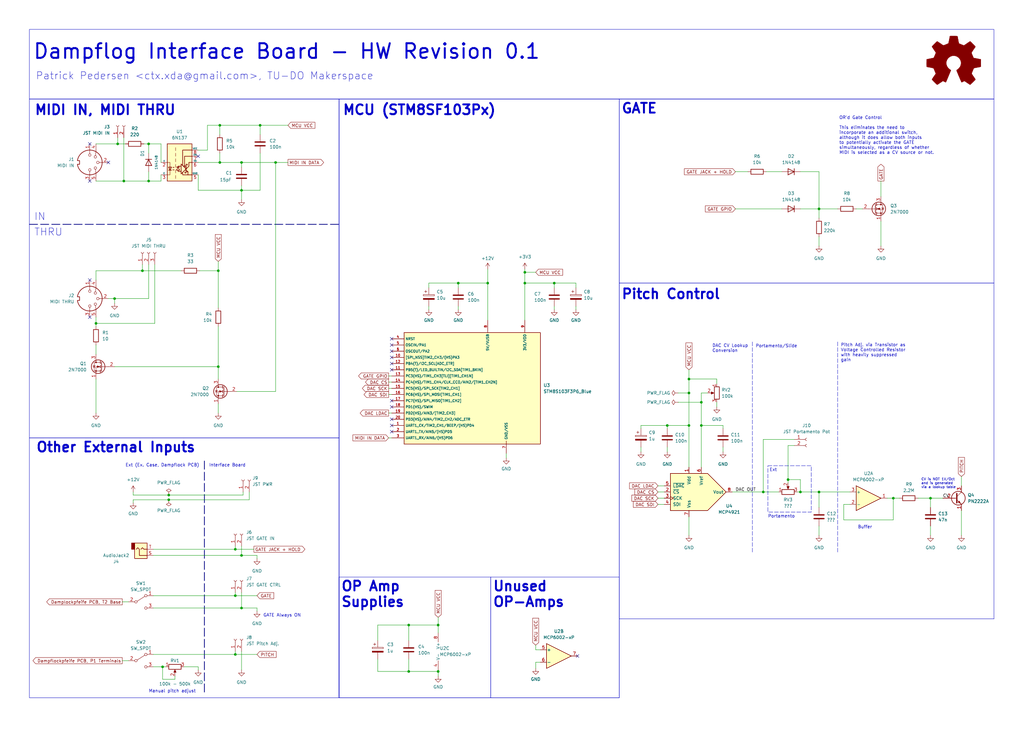
<source format=kicad_sch>
(kicad_sch (version 20230121) (generator eeschema)
  (paper "User" 419.989 299.999)
  (title_block (title "Dampflog Interface Board") (date "2023-09-05") (rev "0.1") (company "TU-DO Makerspace") (comment 8 "Email: ctx.xda@gmail.com") (comment 9 "Author: Patrick Pedersen"))
  (lib_symbols
    (symbol "Amplifier_Operational:MCP6002-xP" (pin_names (offset 0.127))
      (property "Reference" "U" (at 0 5.08 0))
      (property "Value" "MCP6002-xP" (at 0 -5.08 0))
      (symbol "MCP6002-xP_1_1"
        (pin output line (at 7.62 0 180) (length 2.54) (name "~") (number "1"))
        (pin input line (at -7.62 -2.54 0) (length 2.54) (name "-") (number "2"))
        (pin input line (at -7.62 2.54 0) (length 2.54) (name "+") (number "3"))
      )
      (symbol "MCP6002-xP_2_1"
        (pin input line (at -7.62 2.54 0) (length 2.54) (name "+") (number "5"))
        (pin input line (at -7.62 -2.54 0) (length 2.54) (name "-") (number "6"))
        (pin output line (at 7.62 0 180) (length 2.54) (name "~") (number "7"))
      )
      (symbol "MCP6002-xP_3_1"
        (pin power_in line (at -2.54 -7.62 90) (length 3.81) (name "V-") (number "4"))
        (pin power_in line (at -2.54 7.62 270) (length 3.81) (name "V+") (number "8"))
      )
    )
    (symbol "Analog_DAC:MCP4921" (pin_names (offset 1.016))
      (property "Reference" "U" (at 6.35 10.795 0))
      (property "Value" "MCP4921" (at 6.35 8.89 0))
      (symbol "MCP4921_1_1"
        (pin power_in line (at 0 10.16 270) (length 2.54) (name "Vdd") (number "1"))
        (pin input line (at -10.16 0 0) (length 2.54) (name "~{CS}") (number "2"))
        (pin input clock (at -10.16 -2.54 0) (length 2.54) (name "SCK") (number "3"))
        (pin input line (at -10.16 -5.08 0) (length 2.54) (name "SDI") (number "4"))
        (pin input line (at -10.16 2.54 0) (length 2.54) (name "~{LDAC}") (number "5"))
        (pin power_in line (at 5.08 10.16 270) (length 2.54) (name "Vref") (number "6"))
        (pin power_in line (at 0 -10.16 90) (length 2.54) (name "Vss") (number "7"))
        (pin output line (at 17.78 0 180) (length 2.54) (name "Vout") (number "8"))
      )
    )
    (symbol "Connector:Conn_01x02_Socket" (pin_names (offset 1.016) hide)
      (property "Reference" "J" (at 0 2.54 0))
      (property "Value" "Conn_01x02_Socket" (at 0 -5.08 0))
      (symbol "Conn_01x02_Socket_1_1"
        (pin passive line (at -5.08 0 0) (length 3.81) (name "Pin_1") (number "1"))
        (pin passive line (at -5.08 -2.54 0) (length 3.81) (name "Pin_2") (number "2"))
      )
    )
    (symbol "Connector:Conn_01x03_Socket" (pin_names (offset 1.016) hide)
      (property "Reference" "J" (at 0 5.08 0))
      (property "Value" "Conn_01x03_Socket" (at 0 -5.08 0))
      (symbol "Conn_01x03_Socket_1_1"
        (pin passive line (at -5.08 2.54 0) (length 3.81) (name "Pin_1") (number "1"))
        (pin passive line (at -5.08 0 0) (length 3.81) (name "Pin_2") (number "2"))
        (pin passive line (at -5.08 -2.54 0) (length 3.81) (name "Pin_3") (number "3"))
      )
    )
    (symbol "Connector:DIN-5_180degree" (pin_names (offset 1.016))
      (property "Reference" "J" (at 3.175 5.715 0))
      (property "Value" "DIN-5_180degree" (at 0 -6.35 0))
      (symbol "DIN-5_180degree_1_1"
        (pin passive line (at -7.62 0 0) (length 2.54) (name "~") (number "1"))
        (pin passive line (at 0 7.62 270) (length 2.54) (name "~") (number "2"))
        (pin passive line (at 7.62 0 180) (length 2.54) (name "~") (number "3"))
        (pin passive line (at -7.62 2.54 0) (length 2.54) (name "~") (number "4"))
        (pin passive line (at 7.62 2.54 180) (length 2.54) (name "~") (number "5"))
      )
    )
    (symbol "Connector_Audio:AudioJack2"
      (property "Reference" "J" (at 0 8.89 0))
      (property "Value" "AudioJack2" (at 0 6.35 0))
      (symbol "AudioJack2_1_1"
        (pin passive line (at 5.08 2.54 180) (length 2.54) (name "~") (number "S"))
        (pin passive line (at 5.08 0 180) (length 2.54) (name "~") (number "T"))
      )
    )
    (symbol "D_1" (pin_numbers hide) (pin_names (offset 1.016) hide)
      (property "Reference" "D" (at 0 2.54 0))
      (property "Value" "D" (at 0 -2.54 0))
      (symbol "D_1_1_1"
        (pin passive line (at -3.81 0 0) (length 2.54) (name "K") (number "1"))
        (pin passive line (at 3.81 0 180) (length 2.54) (name "A") (number "2"))
      )
    )
    (symbol "Device:C" (pin_numbers hide) (pin_names (offset 0.254))
      (property "Reference" "C" (at 0.635 2.54 0))
      (property "Value" "C" (at 0.635 -2.54 0))
      (symbol "C_1_1"
        (pin passive line (at 0 3.81 270) (length 2.794) (name "~") (number "1"))
        (pin passive line (at 0 -3.81 90) (length 2.794) (name "~") (number "2"))
      )
    )
    (symbol "Device:C_Polarized" (pin_numbers hide) (pin_names (offset 0.254))
      (property "Reference" "C" (at 0.635 2.54 0))
      (property "Value" "C_Polarized" (at 0.635 -2.54 0))
      (symbol "C_Polarized_1_1"
        (pin passive line (at 0 3.81 270) (length 2.794) (name "~") (number "1"))
        (pin passive line (at 0 -3.81 90) (length 2.794) (name "~") (number "2"))
      )
    )
    (symbol "Device:D" (pin_numbers hide) (pin_names (offset 1.016) hide)
      (property "Reference" "D" (at 0 2.54 0))
      (property "Value" "D" (at 0 -2.54 0))
      (symbol "D_1_1"
        (pin passive line (at -3.81 0 0) (length 2.54) (name "K") (number "1"))
        (pin passive line (at 3.81 0 180) (length 2.54) (name "A") (number "2"))
      )
    )
    (symbol "Device:R" (pin_numbers hide) (pin_names (offset 0))
      (property "Reference" "R" (at 2.032 0 90))
      (property "Value" "R" (at 0 0 90))
      (symbol "R_1_1"
        (pin passive line (at 0 3.81 270) (length 1.27) (name "~") (number "1"))
        (pin passive line (at 0 -3.81 90) (length 1.27) (name "~") (number "2"))
      )
    )
    (symbol "Device:R_Potentiometer" (pin_names (offset 1.016) hide)
      (property "Reference" "RV" (at -4.445 0 90))
      (property "Value" "R_Potentiometer" (at -2.54 0 90))
      (symbol "R_Potentiometer_1_1"
        (pin passive line (at 0 3.81 270) (length 1.27) (name "1") (number "1"))
        (pin passive line (at 3.81 0 180) (length 1.27) (name "2") (number "2"))
        (pin passive line (at 0 -3.81 90) (length 1.27) (name "3") (number "3"))
      )
    )
    (symbol "GND_1" (power) (pin_names (offset 0))
      (property "Value" "GND_1" (at 0 -3.81 0))
      (symbol "GND_1_1_1"
        (pin power_in line (at 0 0 270) (length 0) hide (name "GND") (number "1"))
      )
    )
    (symbol "GND_2" (power) (pin_names (offset 0))
      (property "Value" "GND_2" (at 0 -3.81 0))
      (symbol "GND_2_1_1"
        (pin power_in line (at 0 0 270) (length 0) hide (name "GND") (number "1"))
      )
    )
    (symbol "GND_3" (power) (pin_names (offset 0))
      (property "Value" "GND_3" (at 0 -3.81 0))
      (symbol "GND_3_1_1"
        (pin power_in line (at 0 0 270) (length 0) hide (name "GND") (number "1"))
      )
    )
    (symbol "GND_4" (power) (pin_names (offset 0))
      (property "Value" "GND_4" (at 0 -3.81 0))
      (symbol "GND_4_1_1"
        (pin power_in line (at 0 0 270) (length 0) hide (name "GND") (number "1"))
      )
    )
    (symbol "GND_5" (power) (pin_names (offset 0))
      (property "Value" "GND_5" (at 0 -3.81 0))
      (symbol "GND_5_1_1"
        (pin power_in line (at 0 0 270) (length 0) hide (name "GND") (number "1"))
      )
    )
    (symbol "Graphic:Logo_Open_Hardware_Large" (in_bom no) (on_board no))
    (symbol "Isolator:6N137" (pin_names (offset 0))
      (property "Reference" "U" (at -4.064 8.89 0))
      (property "Value" "6N137" (at 0 -8.89 0))
      (symbol "6N137_1_1"
        (pin no_connect line (at -5.08 5.08 0) (length 2.54) hide (name "NC") (number "1"))
        (pin passive line (at -7.62 0 0) (length 2.54) (name "A") (number "2"))
        (pin passive line (at -7.62 -5.08 0) (length 2.54) (name "C") (number "3"))
        (pin power_in line (at 7.62 -5.08 180) (length 2.54) (name "GND") (number "5"))
        (pin open_collector line (at 7.62 0 180) (length 2.54) (name "VO") (number "6"))
        (pin input line (at 7.62 2.54 180) (length 2.54) (name "EN") (number "7"))
        (pin power_in line (at 7.62 5.08 180) (length 2.54) (name "VCC") (number "8"))
      )
    )
    (symbol "STM8S103F3P6_Blue_KiCAD:STM8S103F3P6_Blue"
      (property "Reference" "U" (at -25.4 -24.13 0))
      (property "Value" "STM8S103F3P6_Blue" (at -16.51 -26.67 0))
      (symbol "STM8S103F3P6_Blue_0_0"
        (pin bidirectional line (at -31.75 -13.97 0) (length 5.08) (name "UART1_CK/TIM2_CH1/BEEP/(HS)PD4") (number "1"))
        (pin bidirectional line (at -31.75 13.97 0) (length 5.08) (name "[SPI_NSS]TIM2_CH3/(HS)PA3") (number "10"))
        (pin bidirectional line (at -31.75 8.89 0) (length 5.08) (name "PB5(T)/LED_BUILTIN/I2C_SDA[TIM1_BKIN]") (number "11"))
        (pin bidirectional line (at -31.75 11.43 0) (length 5.08) (name "PB4(T)/I2C_SCL[ADC_ETR]") (number "12"))
        (pin bidirectional line (at -31.75 6.35 0) (length 5.08) (name "PC3(HS)/TIM1_CH3[TLI][TIM1_CH1N]") (number "13"))
        (pin bidirectional line (at -31.75 3.81 0) (length 5.08) (name "PC4(HS)/TIM1_CH4/CLK_CCO/AIN2/[TIM1_CH2N]") (number "14"))
        (pin bidirectional line (at -31.75 1.27 0) (length 5.08) (name "PC5(HS)/SPI_SCK[TIM2_CH1]") (number "15"))
        (pin bidirectional line (at -31.75 -1.27 0) (length 5.08) (name "PC6(HS)/SPI_MOSI[TIM1_CH1]") (number "16"))
        (pin bidirectional line (at -31.75 -3.81 0) (length 5.08) (name "PC7(HS)/SPI_MISO[TIM1_CH2]") (number "17"))
        (pin bidirectional line (at -31.75 -6.35 0) (length 5.08) (name "PD1(HS)/SWIM") (number "18"))
        (pin bidirectional line (at -31.75 -8.89 0) (length 5.08) (name "PD2(HS)/AIN3/[TIM2_CH3]") (number "19"))
        (pin bidirectional line (at -31.75 -16.51 0) (length 5.08) (name "UART1_TX/AIN5/(HS)PD5") (number "2"))
        (pin bidirectional line (at -31.75 -11.43 0) (length 5.08) (name "PD3(HS)/AIN4/TIM2_CH2/ADC_ETR") (number "20"))
        (pin bidirectional line (at -31.75 -19.05 0) (length 5.08) (name "UART1_RX/AIN6/(HS)PD6") (number "3"))
        (pin bidirectional line (at -31.75 21.59 0) (length 5.08) (name "NRST") (number "4"))
        (pin bidirectional line (at -31.75 19.05 0) (length 5.08) (name "OSCIN/PA1") (number "5"))
        (pin bidirectional line (at -31.75 16.51 0) (length 5.08) (name "OSCOUT/PA2") (number "6"))
        (pin power_in line (at 15.24 -25.4 90) (length 5.08) (name "GND/VSS") (number "7"))
        (pin passive line (at 7.62 29.21 270) (length 5.08) (name "5V/VUSB") (number "8"))
        (pin power_in line (at 22.86 29.21 270) (length 5.08) (name "3V3/VDD") (number "9"))
      )
    )
    (symbol "Switch:SW_SPDT" (pin_names (offset 0) hide)
      (property "Reference" "SW" (at 0 4.318 0))
      (property "Value" "SW_SPDT" (at 0 -5.08 0))
      (symbol "SW_SPDT_1_1"
        (pin passive line (at 5.08 2.54 180) (length 2.54) (name "A") (number "1"))
        (pin passive line (at -5.08 0 0) (length 2.54) (name "B") (number "2"))
        (pin passive line (at 5.08 -2.54 180) (length 2.54) (name "C") (number "3"))
      )
    )
    (symbol "Transistor_BJT:PN2222A" (pin_names (offset 0) hide)
      (property "Reference" "Q" (at 5.08 1.905 0))
      (property "Value" "PN2222A" (at 5.08 0 0))
      (symbol "PN2222A_1_1"
        (pin passive line (at 2.54 -5.08 90) (length 2.54) (name "E") (number "1"))
        (pin input line (at -5.08 0 0) (length 5.08) (name "B") (number "2"))
        (pin passive line (at 2.54 5.08 270) (length 2.54) (name "C") (number "3"))
      )
    )
    (symbol "Transistor_FET:2N7000" (pin_names hide)
      (property "Reference" "Q" (at 5.08 1.905 0))
      (property "Value" "2N7000" (at 5.08 0 0))
      (symbol "2N7000_1_1"
        (pin passive line (at 2.54 -5.08 90) (length 2.54) (name "S") (number "1"))
        (pin input line (at -5.08 0 0) (length 2.54) (name "G") (number "2"))
        (pin passive line (at 2.54 5.08 270) (length 2.54) (name "D") (number "3"))
      )
    )
    (symbol "power:+12V" (power) (pin_names (offset 0))
      (property "Value" "+12V" (at 0 3.556 0))
      (symbol "+12V_1_1"
        (pin power_in line (at 0 0 90) (length 0) hide (name "+12V") (number "1"))
      )
    )
    (symbol "power:+3V3" (power) (pin_names (offset 0))
      (property "Value" "+3V3" (at 0 3.556 0))
      (symbol "+3V3_1_1"
        (pin power_in line (at 0 0 90) (length 0) hide (name "+3V3") (number "1"))
      )
    )
    (symbol "power:GND" (power) (pin_names (offset 0))
      (property "Value" "GND" (at 0 -3.81 0))
      (symbol "GND_1_1"
        (pin power_in line (at 0 0 270) (length 0) hide (name "GND") (number "1"))
      )
    )
    (symbol "power:PWR_FLAG" (power) (pin_numbers hide) (pin_names (offset 0) hide)
      (property "Value" "PWR_FLAG" (at 0 3.81 0))
      (symbol "PWR_FLAG_0_0"
        (pin power_out line (at 0 0 90) (length 0) (name "pwr") (number "1"))
      )
    )
  )
  (junction (at 328.295 201.93))
  (junction (at 50.8 74.295))
  (junction (at 106.68 51.435))
  (junction (at 60.96 74.295))
  (junction (at 66.675 273.685))
  (junction (at 335.915 85.725))
  (junction (at 179.705 275.59))
  (junction (at 60.96 59.055))
  (junction (at 287.655 165.1))
  (junction (at 99.06 249.555))
  (junction (at 99.06 78.105))
  (junction (at 99.06 227.965))
  (junction (at 46.99 122.555))
  (junction (at 89.535 150.495))
  (junction (at 179.705 256.54))
  (junction (at 48.26 59.055))
  (junction (at 96.52 225.425))
  (junction (at 335.915 201.93))
  (junction (at 167.64 275.59))
  (junction (at 200.025 116.205))
  (junction (at 323.215 196.85))
  (junction (at 96.52 268.605))
  (junction (at 69.215 203.2))
  (junction (at 187.96 116.205))
  (junction (at 282.575 161.29))
  (junction (at 287.655 174.625))
  (junction (at 215.265 116.205))
  (junction (at 215.265 111.76))
  (junction (at 39.37 132.715))
  (junction (at 58.42 111.125))
  (junction (at 90.17 66.675))
  (junction (at 313.055 201.93))
  (junction (at 90.17 51.435))
  (junction (at 282.575 174.625))
  (junction (at 366.395 204.47))
  (junction (at 273.685 174.625))
  (junction (at 99.06 66.675))
  (junction (at 113.03 66.675))
  (junction (at 89.535 111.125))
  (junction (at 69.215 205.105))
  (junction (at 227.33 116.205))
  (junction (at 381.635 204.47))
  (junction (at 167.64 256.54))
  (junction (at 282.575 155.575))
  (junction (at 96.52 244.475))
  (no_connect (at 81.28 64.135))
  (no_connect (at 160.655 174.625))
  (no_connect (at 236.855 269.24))
  (no_connect (at 160.655 144.145))
  (no_connect (at 160.655 146.685))
  (no_connect (at 160.655 149.225))
  (no_connect (at 36.83 74.295))
  (no_connect (at 160.655 141.605))
  (no_connect (at 44.45 66.675))
  (no_connect (at 160.655 177.165))
  (no_connect (at 160.655 167.005))
  (no_connect (at 36.83 59.055))
  (no_connect (at 36.83 114.935))
  (no_connect (at 160.655 164.465))
  (no_connect (at 160.655 172.085))
  (no_connect (at 36.83 130.175))
  (no_connect (at 160.655 139.065))
  (no_connect (at 160.655 151.765))
  (wire (pts (xy 48.26 59.055) (xy 51.435 59.055)))
  (wire (pts (xy 62.865 249.555) (xy 99.06 249.555)))
  (wire (pts (xy 99.06 267.335) (xy 99.06 274.955)))
  (wire (pts (xy 313.055 201.93) (xy 319.405 201.93)))
  (wire (pts (xy 66.04 71.755) (xy 66.04 74.295)))
  (wire (pts (xy 282.575 174.625) (xy 282.575 191.77)))
  (wire (pts (xy 39.37 74.295) (xy 50.8 74.295)))
  (wire (pts (xy 335.915 215.9) (xy 335.915 219.71)))
  (wire (pts (xy 335.915 97.155) (xy 335.915 100.965)))
  (wire (pts (xy 39.37 155.575) (xy 39.37 169.545)))
  (wire (pts (xy 81.28 71.755) (xy 81.28 78.105)))
  (wire (pts (xy 215.265 116.205) (xy 215.265 131.445)))
  (wire (pts (xy 361.315 74.295) (xy 361.315 80.645)))
  (wire (pts (xy 63.5 132.715) (xy 39.37 132.715)))
  (wire (pts (xy 219.71 271.78) (xy 219.71 274.32)))
  (wire (pts (xy 69.215 203.2) (xy 54.61 203.2)))
  (wire (pts (xy 219.71 264.795) (xy 219.71 266.7)))
  (wire (pts (xy 175.895 116.205) (xy 187.96 116.205)))
  (wire (pts (xy 105.41 250.825) (xy 105.41 249.555)))
  (wire (pts (xy 39.37 141.605) (xy 39.37 145.415)))
  (wire (pts (xy 99.06 78.105) (xy 106.68 78.105)))
  (wire (pts (xy 85.09 51.435) (xy 90.17 51.435)))
  (wire (pts (xy 89.535 111.125) (xy 89.535 126.365)))
  (wire (pts (xy 167.64 275.59) (xy 179.705 275.59)))
  (wire (pts (xy 90.17 62.865) (xy 90.17 66.675)))
  (wire (pts (xy 300.355 201.93) (xy 313.055 201.93)))
  (wire (pts (xy 227.33 118.11) (xy 227.33 116.205)))
  (wire (pts (xy 96.52 225.425) (xy 104.14 225.425)))
  (wire (pts (xy 66.04 66.675) (xy 66.04 59.055)))
  (wire (pts (xy 179.705 256.54) (xy 179.705 259.715)))
  (wire (pts (xy 262.89 174.625) (xy 273.685 174.625)))
  (wire (pts (xy 287.655 165.1) (xy 287.655 174.625)))
  (wire (pts (xy 85.09 51.435) (xy 85.09 61.595)))
  (wire (pts (xy 154.94 270.51) (xy 154.94 275.59)))
  (wire (pts (xy 394.335 195.58) (xy 394.335 199.39)))
  (wire (pts (xy 105.41 244.475) (xy 96.52 244.475)))
  (wire (pts (xy 159.385 154.305) (xy 160.655 154.305)))
  (wire (pts (xy 99.06 66.675) (xy 90.17 66.675)))
  (wire (pts (xy 287.655 174.625) (xy 287.655 191.77)))
  (wire (pts (xy 273.685 183.515) (xy 273.685 185.42)))
  (wire (pts (xy 74.295 111.125) (xy 58.42 111.125)))
  (wire (pts (xy 81.28 61.595) (xy 85.09 61.595)))
  (wire (pts (xy 99.06 249.555) (xy 105.41 249.555)))
  (wire (pts (xy 89.535 107.315) (xy 89.535 111.125)))
  (wire (pts (xy 99.695 203.2) (xy 69.215 203.2)))
  (wire (pts (xy 323.215 196.85) (xy 328.295 196.85)))
  (wire (pts (xy 175.895 116.205) (xy 175.895 118.11)))
  (wire (pts (xy 113.03 66.675) (xy 113.03 160.655)))
  (wire (pts (xy 227.33 116.205) (xy 215.265 116.205)))
  (wire (pts (xy 106.68 51.435) (xy 118.11 51.435)))
  (wire (pts (xy 200.025 110.49) (xy 200.025 116.205)))
  (wire (pts (xy 236.22 116.205) (xy 236.22 118.11)))
  (wire (pts (xy 154.94 275.59) (xy 167.64 275.59)))
  (wire (pts (xy 167.64 270.51) (xy 167.64 275.59)))
  (wire (pts (xy 105.41 268.605) (xy 96.52 268.605)))
  (wire (pts (xy 366.395 204.47) (xy 366.395 213.36)))
  (wire (pts (xy 282.575 174.625) (xy 282.575 161.29)))
  (wire (pts (xy 313.055 180.34) (xy 325.755 180.34)))
  (wire (pts (xy 89.535 165.735) (xy 89.535 169.545)))
  (wire (pts (xy 296.545 183.515) (xy 296.545 185.42)))
  (wire (pts (xy 60.96 59.055) (xy 66.04 59.055)))
  (wire (pts (xy 66.675 273.685) (xy 67.945 273.685)))
  (wire (pts (xy 187.96 125.73) (xy 187.96 127)))
  (wire (pts (xy 58.42 111.125) (xy 39.37 111.125)))
  (wire (pts (xy 381.635 204.47) (xy 381.635 208.28)))
  (wire (pts (xy 66.675 273.685) (xy 66.675 278.765)))
  (wire (pts (xy 328.295 196.85) (xy 328.295 201.93)))
  (wire (pts (xy 301.625 85.725) (xy 320.675 85.725)))
  (wire (pts (xy 71.755 278.765) (xy 66.675 278.765)))
  (wire (pts (xy 96.52 267.335) (xy 96.52 268.605)))
  (wire (pts (xy 187.96 116.205) (xy 200.025 116.205)))
  (wire (pts (xy 46.99 122.555) (xy 44.45 122.555)))
  (wire (pts (xy 96.52 224.155) (xy 96.52 225.425)))
  (wire (pts (xy 335.915 201.93) (xy 348.615 201.93)))
  (wire (pts (xy 159.385 169.545) (xy 160.655 169.545)))
  (wire (pts (xy 323.215 182.88) (xy 323.215 196.85)))
  (wire (pts (xy 207.645 186.055) (xy 207.645 187.96)))
  (wire (pts (xy 62.865 268.605) (xy 96.52 268.605)))
  (wire (pts (xy 282.575 151.765) (xy 282.575 155.575)))
  (wire (pts (xy 219.71 271.78) (xy 221.615 271.78)))
  (wire (pts (xy 215.265 111.76) (xy 215.265 116.205)))
  (wire (pts (xy 60.96 70.485) (xy 60.96 74.295)))
  (wire (pts (xy 294.005 165.1) (xy 294.005 167.005)))
  (wire (pts (xy 215.265 110.49) (xy 215.265 111.76)))
  (wire (pts (xy 60.96 122.555) (xy 60.96 108.585)))
  (wire (pts (xy 262.89 175.895) (xy 262.89 174.625)))
  (wire (pts (xy 50.8 56.515) (xy 50.8 74.295)))
  (wire (pts (xy 62.865 225.425) (xy 96.52 225.425)))
  (wire (pts (xy 54.61 201.93) (xy 54.61 203.2)))
  (wire (pts (xy 99.06 227.965) (xy 105.41 227.965)))
  (wire (pts (xy 89.535 155.575) (xy 89.535 150.495)))
  (wire (pts (xy 62.865 273.685) (xy 66.675 273.685)))
  (wire (pts (xy 335.915 89.535) (xy 335.915 85.725)))
  (wire (pts (xy 282.575 155.575) (xy 294.005 155.575)))
  (polyline (pts (xy 343.535 140.335) (xy 343.535 226.695)) (stroke (width 0) (type dash)))
  (wire (pts (xy 376.555 204.47) (xy 381.635 204.47)))
  (wire (pts (xy 50.165 247.015) (xy 52.705 247.015)))
  (wire (pts (xy 99.06 243.205) (xy 99.06 249.555)))
  (wire (pts (xy 328.295 201.93) (xy 335.915 201.93)))
  (wire (pts (xy 159.385 156.845) (xy 160.655 156.845)))
  (wire (pts (xy 46.99 150.495) (xy 89.535 150.495)))
  (wire (pts (xy 335.915 70.485) (xy 335.915 85.725)))
  (wire (pts (xy 71.755 277.495) (xy 71.755 278.765)))
  (wire (pts (xy 361.315 90.805) (xy 361.315 100.965)))
  (wire (pts (xy 179.705 256.54) (xy 167.64 256.54)))
  (wire (pts (xy 335.915 208.28) (xy 335.915 201.93)))
  (wire (pts (xy 381.635 215.9) (xy 381.635 219.71)))
  (wire (pts (xy 236.22 125.73) (xy 236.22 127)))
  (wire (pts (xy 314.325 70.485) (xy 320.675 70.485)))
  (wire (pts (xy 159.385 159.385) (xy 160.655 159.385)))
  (wire (pts (xy 97.155 160.655) (xy 113.03 160.655)))
  (wire (pts (xy 215.265 111.76) (xy 219.71 111.76)))
  (wire (pts (xy 269.875 201.93) (xy 272.415 201.93)))
  (wire (pts (xy 59.055 59.055) (xy 60.96 59.055)))
  (wire (pts (xy 58.42 108.585) (xy 58.42 111.125)))
  (wire (pts (xy 363.855 204.47) (xy 366.395 204.47)))
  (wire (pts (xy 227.33 116.205) (xy 236.22 116.205)))
  (wire (pts (xy 99.06 68.58) (xy 99.06 66.675)))
  (wire (pts (xy 287.655 161.29) (xy 290.195 161.29)))
  (wire (pts (xy 62.865 227.965) (xy 99.06 227.965)))
  (wire (pts (xy 60.96 74.295) (xy 66.04 74.295)))
  (wire (pts (xy 269.875 204.47) (xy 272.415 204.47)))
  (wire (pts (xy 39.37 59.055) (xy 48.26 59.055)))
  (polyline (pts (xy 308.61 140.335) (xy 308.61 226.695)) (stroke (width 0) (type dash)))
  (bus (pts (xy 83.82 189.23) (xy 83.82 285.115)) (stroke (width 0) (type dash)))
  (wire (pts (xy 159.385 161.925) (xy 160.655 161.925)))
  (wire (pts (xy 96.52 243.205) (xy 96.52 244.475)))
  (wire (pts (xy 273.685 174.625) (xy 282.575 174.625)))
  (wire (pts (xy 90.17 51.435) (xy 106.68 51.435)))
  (wire (pts (xy 346.075 213.36) (xy 346.075 207.01)))
  (wire (pts (xy 351.155 85.725) (xy 353.695 85.725)))
  (wire (pts (xy 81.28 78.105) (xy 99.06 78.105)))
  (wire (pts (xy 69.215 205.105) (xy 102.235 205.105)))
  (wire (pts (xy 90.17 55.245) (xy 90.17 51.435)))
  (wire (pts (xy 262.89 183.515) (xy 262.89 185.42)))
  (wire (pts (xy 113.03 66.675) (xy 118.11 66.675)))
  (wire (pts (xy 99.06 76.2) (xy 99.06 78.105)))
  (wire (pts (xy 282.575 212.09) (xy 282.575 219.71)))
  (wire (pts (xy 99.06 224.155) (xy 99.06 227.965)))
  (bus (pts (xy 12.065 92.075) (xy 139.065 92.075)) (stroke (width 0) (type dash)))
  (wire (pts (xy 278.13 165.1) (xy 287.655 165.1)))
  (wire (pts (xy 48.26 56.515) (xy 48.26 59.055)))
  (wire (pts (xy 62.865 244.475) (xy 96.52 244.475)))
  (wire (pts (xy 106.68 51.435) (xy 106.68 55.245)))
  (wire (pts (xy 179.705 274.955) (xy 179.705 275.59)))
  (wire (pts (xy 328.295 70.485) (xy 335.915 70.485)))
  (wire (pts (xy 200.025 116.205) (xy 200.025 131.445)))
  (wire (pts (xy 187.96 118.11) (xy 187.96 116.205)))
  (wire (pts (xy 328.295 201.93) (xy 327.025 201.93)))
  (wire (pts (xy 313.055 180.34) (xy 313.055 201.93)))
  (wire (pts (xy 54.61 205.105) (xy 69.215 205.105)))
  (wire (pts (xy 366.395 213.36) (xy 346.075 213.36)))
  (wire (pts (xy 346.075 207.01) (xy 348.615 207.01)))
  (wire (pts (xy 60.96 59.055) (xy 60.96 62.865)))
  (wire (pts (xy 381.635 204.47) (xy 386.715 204.47)))
  (wire (pts (xy 39.37 111.125) (xy 39.37 114.935)))
  (wire (pts (xy 99.06 78.105) (xy 99.06 81.915)))
  (wire (pts (xy 335.915 85.725) (xy 343.535 85.725)))
  (wire (pts (xy 50.165 271.145) (xy 52.705 271.145)))
  (wire (pts (xy 323.215 198.12) (xy 323.215 196.85)))
  (wire (pts (xy 278.13 161.29) (xy 282.575 161.29)))
  (wire (pts (xy 219.71 266.7) (xy 221.615 266.7)))
  (wire (pts (xy 282.575 161.29) (xy 282.575 155.575)))
  (wire (pts (xy 90.17 66.675) (xy 81.28 66.675)))
  (wire (pts (xy 175.895 125.73) (xy 175.895 127)))
  (wire (pts (xy 39.37 132.715) (xy 39.37 133.985)))
  (wire (pts (xy 227.33 125.73) (xy 227.33 127)))
  (wire (pts (xy 81.28 274.955) (xy 81.28 273.685)))
  (wire (pts (xy 54.61 206.375) (xy 54.61 205.105)))
  (wire (pts (xy 167.64 256.54) (xy 167.64 262.89)))
  (wire (pts (xy 89.535 111.125) (xy 81.915 111.125)))
  (wire (pts (xy 105.41 227.965) (xy 105.41 229.235)))
  (wire (pts (xy 102.235 201.93) (xy 102.235 205.105)))
  (wire (pts (xy 301.625 70.485) (xy 306.705 70.485)))
  (wire (pts (xy 335.915 85.725) (xy 328.295 85.725)))
  (wire (pts (xy 269.875 199.39) (xy 272.415 199.39)))
  (wire (pts (xy 179.705 275.59) (xy 179.705 277.495)))
  (wire (pts (xy 81.28 273.685) (xy 75.565 273.685)))
  (wire (pts (xy 296.545 175.895) (xy 296.545 174.625)))
  (wire (pts (xy 63.5 108.585) (xy 63.5 132.715)))
  (wire (pts (xy 99.06 66.675) (xy 113.03 66.675)))
  (wire (pts (xy 154.94 256.54) (xy 154.94 262.89)))
  (wire (pts (xy 99.695 201.93) (xy 99.695 203.2)))
  (wire (pts (xy 366.395 204.47) (xy 368.935 204.47)))
  (wire (pts (xy 39.37 130.175) (xy 39.37 132.715)))
  (wire (pts (xy 50.8 74.295) (xy 60.96 74.295)))
  (wire (pts (xy 167.64 256.54) (xy 154.94 256.54)))
  (wire (pts (xy 294.005 155.575) (xy 294.005 157.48)))
  (wire (pts (xy 394.335 209.55) (xy 394.335 219.71)))
  (wire (pts (xy 159.385 179.705) (xy 160.655 179.705)))
  (wire (pts (xy 89.535 133.985) (xy 89.535 150.495)))
  (wire (pts (xy 287.655 161.29) (xy 287.655 165.1)))
  (wire (pts (xy 287.655 174.625) (xy 296.545 174.625)))
  (wire (pts (xy 46.99 122.555) (xy 60.96 122.555)))
  (wire (pts (xy 323.215 182.88) (xy 325.755 182.88)))
  (wire (pts (xy 273.685 175.895) (xy 273.685 174.625)))
  (wire (pts (xy 46.99 124.46) (xy 46.99 122.555)))
  (wire (pts (xy 106.68 62.865) (xy 106.68 78.105)))
  (wire (pts (xy 179.705 253.365) (xy 179.705 256.54)))
  (wire (pts (xy 269.875 207.01) (xy 272.415 207.01)))
  (rectangle (start 254 116.205) (end 407.67 254))
  (rectangle (start 201.295 236.855) (end 254 286.385))
  (rectangle (start 254 40.64) (end 407.67 116.205))
  (rectangle (start 12.065 179.705) (end 139.065 286.385))
  (rectangle (start 139.065 236.855) (end 201.295 286.385))
  (rectangle (start 407.67 254) (end 407.67 254))
  (rectangle (start 314.96 191.135) (end 332.74 210.185) (stroke (width 0) (type dash)))
  (rectangle (start 12.065 40.64) (end 139.065 179.705))
  (rectangle (start 12.065 12.065) (end 407.67 40.64))
  (rectangle (start 139.065 40.64) (end 254 286.385))
  (text "GATE" (at 254.635 46.99 0) (effects (font (size 4 4) (thickness 0.8) bold) (justify left bottom)))
  (text "DAC CV Lookup\nConversion" (at 292.1 144.78 0) (effects (font (size 1.27 1.27)) (justify left bottom)))
  (text "Ext (Ex. Case, Dampflock PCB)" (at 51.435 191.77 0) (effects (font (size 1.27 1.27)) (justify left bottom)))
  (text "MCU (STM8SF103Px)" (at 140.335 47.625 0) (effects (font (size 4 4) (thickness 0.8) bold) (justify left bottom)))
  (text "Ext" (at 315.595 193.675 0) (effects (font (size 1.27 1.27)) (justify left bottom)))
  (text "MIDI IN, MIDI THRU" (at 13.97 47.625 0) (effects (font (size 4 4) (thickness 0.8) bold) (justify left bottom)))
  (text "Patrick Pedersen <ctx.xda@gmail.com>, TU-DO Makerspace" (at 14.605 33.02 0) (effects (font (size 3 3)) (justify left bottom)))
  (text "Dampflog Interface Board - HW Revision 0.1" (at 13.335 24.765 0) (effects (font (size 6 6) (thickness 0.8) bold) (justify left bottom)))
  (text "CV is NOT 1V/Oct\nand is generated\nvia a lookup table" (at 377.825 200.66 0) (effects (font (size 1 1)) (justify left bottom)))
  (text "Buffer" (at 351.79 217.17 0) (effects (font (size 1.27 1.27)) (justify left bottom)))
  (text "GATE Always ON" (at 107.95 253.365 0) (effects (font (size 1.27 1.27)) (justify left bottom)))
  (text "OR'd Gate Control\n\nThis eliminates the need to\nincorporate an additional switch,\nalthough it does allow both inputs\nto potentially activate the GATE\nsimultaneously, regardless of whether\nMIDI is selected as a CV source or not." (at 344.17 63.5 0) (effects (font (size 1.27 1.27)) (justify left bottom)))
  (text "Interface Board" (at 85.725 191.77 0) (effects (font (size 1.27 1.27)) (justify left bottom)))
  (text "Portamento/Slide" (at 309.88 142.875 0) (effects (font (size 1.27 1.27)) (justify left bottom)))
  (text "Other External Inputs" (at 14.605 186.055 0) (effects (font (size 4 4) (thickness 0.8) bold) (justify left bottom)))
  (text "Portamento" (at 314.96 212.725 0) (effects (font (size 1.27 1.27)) (justify left bottom)))
  (text "Pitch Adj. via Transistor as\nVoltage Controlled Resistor\nwith heavily suppressed\ngain" (at 344.805 148.59 0) (effects (font (size 1.27 1.27)) (justify left bottom)))
  (text "Manual pitch adjust" (at 60.96 284.48 0) (effects (font (size 1.27 1.27)) (justify left bottom)))
  (text "THRU" (at 13.97 97.155 0) (effects (font (size 3 3)) (justify left bottom)))
  (text "IN" (at 13.97 90.805 0) (effects (font (size 3 3)) (justify left bottom)))
  (text "Pitch Control" (at 254.635 123.19 0) (effects (font (size 4 4) (thickness 0.8) bold) (justify left bottom)))
  (text "Unused\nOP-Amps" (at 201.93 249.555 0) (effects (font (size 4 4) (thickness 0.8) bold) (justify left bottom)))
  (text "OP Amp\nSupplies" (at 139.7 249.555 0) (effects (font (size 4 4) (thickness 0.8) bold) (justify left bottom)))
  (label "DAC OUT" (at 301.625 201.93 0))
  (label "CV" (at 386.715 204.47 0))
  (global_label "Damplockpfeife PCB, T2 Base" (shape output) (at 50.165 247.015 180) (property "Intersheetrefs" "${INTERSHEET_REFS}" (effects hide)))
  (global_label "DAC SCK" (shape input) (at 269.875 204.47 180) (property "Intersheetrefs" "${INTERSHEET_REFS}" (effects hide)))
  (global_label "DAC LDAC" (shape input) (at 269.875 199.39 180) (property "Intersheetrefs" "${INTERSHEET_REFS}" (effects hide)))
  (global_label "MCU VCC" (shape input) (at 219.71 111.76 0) (property "Intersheetrefs" "${INTERSHEET_REFS}" (effects hide)))
  (global_label "PITCH" (shape input) (at 105.41 268.605 0) (property "Intersheetrefs" "${INTERSHEET_REFS}" (effects hide)))
  (global_label "DAC SDI" (shape output) (at 159.385 161.925 180) (property "Intersheetrefs" "${INTERSHEET_REFS}" (effects hide)))
  (global_label "MCU VCC" (shape input) (at 282.575 151.765 90) (property "Intersheetrefs" "${INTERSHEET_REFS}" (effects hide)))
  (global_label "GATE JACK + HOLD" (shape input) (at 301.625 70.485 180) (property "Intersheetrefs" "${INTERSHEET_REFS}" (effects hide)))
  (global_label "GATE JACK + HOLD" (shape output) (at 104.14 225.425 0) (property "Intersheetrefs" "${INTERSHEET_REFS}" (effects hide)))
  (global_label "MCU VCC" (shape input) (at 219.71 264.795 90) (property "Intersheetrefs" "${INTERSHEET_REFS}" (effects hide)))
  (global_label "PITCH" (shape input) (at 394.335 195.58 90) (property "Intersheetrefs" "${INTERSHEET_REFS}" (effects hide)))
  (global_label "DAC LDAC" (shape output) (at 159.385 169.545 180) (property "Intersheetrefs" "${INTERSHEET_REFS}" (effects hide)))
  (global_label "MIDI IN DATA" (shape input) (at 159.385 179.705 180) (property "Intersheetrefs" "${INTERSHEET_REFS}" (effects hide)))
  (global_label "DAC SDI" (shape input) (at 269.875 207.01 180) (property "Intersheetrefs" "${INTERSHEET_REFS}" (effects hide)))
  (global_label "GATE GPIO" (shape output) (at 159.385 154.305 180) (property "Intersheetrefs" "${INTERSHEET_REFS}" (effects hide)))
  (global_label "DAC CS" (shape input) (at 269.875 201.93 180) (property "Intersheetrefs" "${INTERSHEET_REFS}" (effects hide)))
  (global_label "GATE GPIO" (shape input) (at 301.625 85.725 180) (property "Intersheetrefs" "${INTERSHEET_REFS}" (effects hide)))
  (global_label "MIDI IN DATA" (shape output) (at 118.11 66.675 0) (property "Intersheetrefs" "${INTERSHEET_REFS}" (effects hide)))
  (global_label "DAC SCK" (shape output) (at 159.385 159.385 180) (property "Intersheetrefs" "${INTERSHEET_REFS}" (effects hide)))
  (global_label "Dampflockpfeife PCB, P1 Terminals" (shape output) (at 50.165 271.145 180) (property "Intersheetrefs" "${INTERSHEET_REFS}" (effects hide)))
  (global_label "GATE" (shape output) (at 361.315 74.295 90) (property "Intersheetrefs" "${INTERSHEET_REFS}" (effects hide)))
  (global_label "GATE" (shape input) (at 105.41 244.475 0) (property "Intersheetrefs" "${INTERSHEET_REFS}" (effects hide)))
  (global_label "MCU VCC" (shape input) (at 89.535 107.315 90) (property "Intersheetrefs" "${INTERSHEET_REFS}" (effects hide)))
  (global_label "MCU VCC" (shape input) (at 179.705 253.365 90) (property "Intersheetrefs" "${INTERSHEET_REFS}" (effects hide)))
  (global_label "DAC CS" (shape output) (at 159.385 156.845 180) (property "Intersheetrefs" "${INTERSHEET_REFS}" (effects hide)))
  (global_label "MCU VCC" (shape input) (at 118.11 51.435 0) (property "Intersheetrefs" "${INTERSHEET_REFS}" (effects hide)))
  (symbol (lib_id "Switch:SW_SPDT") (at 57.785 271.145 0) (unit 1) (on_board no)
    (property "Reference" "SW2" (at 57.785 263.525 0))
    (property "Value" "SW_SPDT" (at 57.785 266.065 0))
  )
  (symbol (lib_id "Device:R_Potentiometer") (at 71.755 273.685 90) (mirror x) (unit 1) (on_board no)
    (property "Reference" "RV1" (at 71.755 271.145 90))
    (property "Value" "100k - 500k" (at 71.755 280.67 90))
  )
  (symbol (lib_id "Connector:Conn_01x02_Socket") (at 96.52 219.075 90) (unit 1)
    (property "Reference" "J6" (at 100.965 218.44 90) (effects (justify right)))
    (property "Value" "JST GATE IN" (at 100.965 220.98 90) (effects (justify right)))
    (property "Footprint" "Connector_JST:JST_XH_B2B-XH-A_1x02_P2.50mm_Vertical" (effects hide))
  )
  (symbol (lib_id "Device:C_Polarized") (at 262.89 179.705 0) (unit 1)
    (property "Reference" "C9" (at 266.065 177.546 0) (effects (justify left)))
    (property "Value" "1u" (at 266.065 180.086 0) (effects (justify left)))
    (property "Footprint" "Capacitor_THT:CP_Radial_D5.0mm_P2.00mm" (effects hide))
  )
  (symbol (lib_id "Connector:Conn_01x02_Socket") (at 96.52 262.255 90) (unit 1)
    (property "Reference" "J8" (at 100.965 261.62 90) (effects (justify right)))
    (property "Value" "JST Pitch Adj." (at 100.965 264.16 90) (effects (justify right)))
    (property "Footprint" "Connector_JST:JST_XH_B2B-XH-A_1x02_P2.50mm_Vertical" (effects hide))
  )
  (symbol (lib_id "Device:C") (at 273.685 179.705 0) (unit 1)
    (property "Reference" "C10" (at 276.86 178.435 0) (effects (justify left)))
    (property "Value" "100n" (at 276.86 180.975 0) (effects (justify left)))
    (property "Footprint" "Capacitor_THT:C_Disc_D3.0mm_W2.0mm_P2.50mm" (effects hide))
  )
  (symbol (lib_id "Device:R") (at 335.915 93.345 0) (unit 1)
    (property "Reference" "R7" (at 337.82 92.075 0) (effects (justify left)))
    (property "Value" "220k" (at 337.82 94.615 0) (effects (justify left)))
    (property "Footprint" "Resistor_THT:R_Axial_DIN0207_L6.3mm_D2.5mm_P7.62mm_Horizontal" (effects hide))
  )
  (symbol (lib_id "Amplifier_Operational:MCP6002-xP") (at 356.235 204.47 0) (unit 1)
    (property "Reference" "U2" (at 356.235 194.31 0))
    (property "Value" "MCP6002-xP" (at 356.235 196.85 0))
    (property "Footprint" "Package_DIP:DIP-8_W7.62mm_Socket" (effects hide))
    (property "Datasheet" "http://ww1.microchip.com/downloads/en/DeviceDoc/21733j.pdf" (effects hide))
  )
  (symbol (lib_id "Device:R") (at 372.745 204.47 90) (unit 1)
    (property "Reference" "R9" (at 372.745 198.755 90))
    (property "Value" "2.2M" (at 372.745 201.295 90))
    (property "Footprint" "Resistor_THT:R_Axial_DIN0207_L6.3mm_D2.5mm_P7.62mm_Horizontal" (effects hide))
  )
  (symbol (lib_name "GND_3") (lib_id "power:GND") (at 394.335 219.71 0) (unit 1)
    (property "Reference" "#PWR028" (effects hide))
    (property "Value" "GND" (at 394.335 224.79 0))
  )
  (symbol (lib_name "GND_3") (lib_id "power:GND") (at 294.005 167.005 0) (unit 1)
    (property "Reference" "#PWR022" (effects hide))
    (property "Value" "GND" (at 294.005 172.085 0))
  )
  (symbol (lib_id "Device:C") (at 106.68 59.055 0) (unit 1)
    (property "Reference" "C2" (at 110.49 57.785 0) (effects (justify left)))
    (property "Value" "100n" (at 110.49 60.325 0) (effects (justify left)))
    (property "Footprint" "Capacitor_THT:C_Disc_D3.0mm_W2.0mm_P2.50mm" (effects hide))
  )
  (symbol (lib_id "Device:C") (at 187.96 121.92 0) (unit 1)
    (property "Reference" "C6" (at 191.77 120.65 0) (effects (justify left)))
    (property "Value" "100n" (at 191.77 123.19 0) (effects (justify left)))
    (property "Footprint" "Capacitor_THT:C_Disc_D3.0mm_W2.0mm_P2.50mm" (effects hide))
  )
  (symbol (lib_id "Connector:DIN-5_180degree") (at 36.83 66.675 270) (unit 1) (on_board no)
    (property "Reference" "J1" (at 30.48 65.4051 90) (effects (justify right)))
    (property "Value" "MIDI IN" (at 30.48 67.9451 90) (effects (justify right)))
    (property "Datasheet" "http://www.mouser.com/ds/2/18/40_c091_abd_e-75918.pdf" (effects hide))
  )
  (symbol (lib_id "power:+3V3") (at 215.265 110.49 0) (unit 1)
    (property "Reference" "#PWR015" (effects hide))
    (property "Value" "+3V3" (at 215.265 105.41 0))
  )
  (symbol (lib_id "Device:C") (at 335.915 212.09 0) (unit 1)
    (property "Reference" "C12" (at 339.09 210.82 0) (effects (justify left)))
    (property "Value" "???" (at 339.09 213.36 0) (effects (justify left)))
    (property "Footprint" "Capacitor_THT:CP_Radial_D5.0mm_P2.00mm" (effects hide))
  )
  (symbol (lib_id "power:GND") (at 89.535 169.545 0) (mirror y) (unit 1)
    (property "Reference" "#PWR05" (effects hide))
    (property "Value" "GND" (at 89.535 174.625 0))
  )
  (symbol (lib_id "Device:R") (at 347.345 85.725 90) (unit 1)
    (property "Reference" "R8" (at 347.345 79.375 90))
    (property "Value" "10k" (at 347.345 81.915 90))
    (property "Footprint" "Resistor_THT:R_Axial_DIN0207_L6.3mm_D2.5mm_P7.62mm_Horizontal" (effects hide))
  )
  (symbol (lib_id "Device:C") (at 381.635 212.09 0) (unit 1)
    (property "Reference" "C13" (at 384.81 210.82 0) (effects (justify left)))
    (property "Value" "47n" (at 384.81 213.36 0) (effects (justify left)))
    (property "Footprint" "Capacitor_THT:C_Disc_D3.0mm_W2.0mm_P2.50mm" (effects hide))
  )
  (symbol (lib_id "Device:D") (at 60.96 66.675 270) (unit 1)
    (property "Reference" "D1" (at 58.42 61.595 0) (effects (justify left)))
    (property "Value" "1N4148" (at 64.135 66.675 0) (effects (font (size 1 1))))
    (property "Footprint" "Diode_THT:D_A-405_P7.62mm_Horizontal" (effects hide))
  )
  (symbol (lib_name "GND_4") (lib_id "power:GND") (at 207.645 187.96 0) (unit 1)
    (property "Reference" "#PWR014" (effects hide))
    (property "Value" "GND" (at 207.645 192.405 0))
  )
  (symbol (lib_id "power:+12V") (at 54.61 201.93 0) (unit 1)
    (property "Reference" "#PWR03" (effects hide))
    (property "Value" "+12V" (at 54.61 196.85 0))
  )
  (symbol (lib_name "GND_3") (lib_id "power:GND") (at 296.545 185.42 0) (unit 1)
    (property "Reference" "#PWR023" (effects hide))
    (property "Value" "GND" (at 296.545 190.5 0))
  )
  (symbol (lib_id "power:PWR_FLAG") (at 278.13 165.1 90) (unit 1)
    (property "Reference" "#FLG04" (effects hide))
    (property "Value" "PWR_FLAG" (at 274.955 165.1 90) (effects (justify left)))
  )
  (symbol (lib_name "GND_1") (lib_id "power:GND") (at 99.06 274.955 0) (unit 1)
    (property "Reference" "#PWR09" (effects hide))
    (property "Value" "GND" (at 99.06 280.035 0))
  )
  (symbol (lib_id "Device:R") (at 78.105 111.125 270) (mirror x) (unit 1)
    (property "Reference" "R3" (at 78.105 104.775 90))
    (property "Value" "33" (at 78.105 107.315 90))
    (property "Footprint" "Resistor_THT:R_Axial_DIN0207_L6.3mm_D2.5mm_P7.62mm_Horizontal" (effects hide))
  )
  (symbol (lib_name "GND_3") (lib_id "power:GND") (at 381.635 219.71 0) (unit 1)
    (property "Reference" "#PWR027" (effects hide))
    (property "Value" "GND" (at 381.635 224.79 0))
  )
  (symbol (lib_name "GND_4") (lib_id "power:GND") (at 187.96 127 0) (unit 1)
    (property "Reference" "#PWR012" (effects hide))
    (property "Value" "GND" (at 187.96 131.445 0))
  )
  (symbol (lib_id "Connector:Conn_01x02_Socket") (at 96.52 238.125 90) (unit 1)
    (property "Reference" "J7" (at 100.965 237.49 90) (effects (justify right)))
    (property "Value" "JST GATE CTRL" (at 100.965 240.03 90) (effects (justify right)))
    (property "Footprint" "Connector_JST:JST_XH_B2B-XH-A_1x02_P2.50mm_Vertical" (effects hide))
  )
  (symbol (lib_id "Connector:Conn_01x02_Socket") (at 48.26 51.435 90) (unit 1)
    (property "Reference" "J3" (at 45.085 52.07 90) (effects (justify left)))
    (property "Value" "JST MIDI IN" (at 45.085 54.61 90) (effects (justify left)))
    (property "Footprint" "Connector_JST:JST_XH_B2B-XH-A_1x02_P2.50mm_Vertical" (effects hide))
  )
  (symbol (lib_name "GND_3") (lib_id "power:GND") (at 282.575 219.71 0) (unit 1)
    (property "Reference" "#PWR021" (effects hide))
    (property "Value" "GND" (at 282.575 224.79 0))
  )
  (symbol (lib_name "GND_4") (lib_id "power:GND") (at 236.22 127 0) (mirror y) (unit 1)
    (property "Reference" "#PWR018" (effects hide))
    (property "Value" "GND" (at 236.22 131.445 0))
  )
  (symbol (lib_id "power:PWR_FLAG") (at 278.13 161.29 90) (unit 1)
    (property "Reference" "#FLG03" (effects hide))
    (property "Value" "PWR_FLAG" (at 274.955 161.29 90) (effects (justify left)))
  )
  (symbol (lib_id "Connector:Conn_01x03_Socket") (at 60.96 103.505 90) (unit 1)
    (property "Reference" "J5" (at 60.96 98.425 90))
    (property "Value" "JST MIDI THRU" (at 60.96 100.965 90))
    (property "Footprint" "Connector_JST:JST_XH_B3B-XH-A_1x03_P2.50mm_Vertical" (effects hide))
  )
  (symbol (lib_id "Connector:Conn_01x02_Socket") (at 99.695 196.85 90) (unit 1)
    (property "Reference" "J9" (at 103.505 196.215 90) (effects (justify right)))
    (property "Value" "JST PWR" (at 103.505 198.755 90) (effects (justify right)))
    (property "Footprint" "Connector_JST:JST_XH_B2B-XH-A_1x02_P2.50mm_Vertical" (effects hide))
  )
  (symbol (lib_id "power:GND") (at 39.37 169.545 0) (mirror y) (unit 1)
    (property "Reference" "#PWR01" (effects hide))
    (property "Value" "GND" (at 39.37 174.625 0))
  )
  (symbol (lib_id "Device:C_Polarized") (at 175.895 121.92 0) (unit 1)
    (property "Reference" "C5" (at 179.07 119.761 0) (effects (justify left)))
    (property "Value" "10u" (at 179.07 122.301 0) (effects (justify left)))
    (property "Footprint" "Capacitor_THT:CP_Radial_D5.0mm_P2.00mm" (effects hide))
  )
  (symbol (lib_name "D_1") (lib_id "Device:D") (at 324.485 70.485 180) (unit 1)
    (property "Reference" "D2" (at 324.485 64.135 0))
    (property "Value" "1N4148" (at 324.485 66.675 0))
    (property "Footprint" "Diode_THT:D_A-405_P7.62mm_Horizontal" (effects hide))
    (property "Sim.Device" "D" (effects hide))
    (property "Sim.Pins" "1=K 2=A" (effects hide))
  )
  (symbol (lib_id "power:GND") (at 46.99 124.46 0) (mirror y) (unit 1)
    (property "Reference" "#PWR02" (effects hide))
    (property "Value" "GND" (at 46.99 129.54 0))
  )
  (symbol (lib_id "Graphic:Logo_Open_Hardware_Large") (at 391.16 26.035 0) (unit 1) (in_bom no) (on_board no)
    (property "Reference" "#SYM1" (effects hide))
    (property "Value" "Logo_Open_Hardware_Large" (effects hide))
    (property "Sim.Enable" "0" (effects hide))
  )
  (symbol (lib_id "power:PWR_FLAG") (at 69.215 205.105 180) (unit 1)
    (property "Reference" "#FLG02" (effects hide))
    (property "Value" "PWR_FLAG" (at 69.215 209.55 0))
  )
  (symbol (lib_id "Switch:SW_SPDT") (at 57.785 247.015 0) (unit 1) (on_board no)
    (property "Reference" "SW1" (at 57.785 239.395 0))
    (property "Value" "SW_SPDT" (at 57.785 241.935 0))
  )
  (symbol (lib_id "Device:C_Polarized") (at 236.22 121.92 0) (unit 1)
    (property "Reference" "C8" (at 239.395 119.761 0) (effects (justify left)))
    (property "Value" "10u" (at 239.395 122.301 0) (effects (justify left)))
    (property "Footprint" "Capacitor_THT:CP_Radial_D5.0mm_P2.00mm" (effects hide))
  )
  (symbol (lib_id "power:+12V") (at 200.025 110.49 0) (unit 1)
    (property "Reference" "#PWR013" (effects hide))
    (property "Value" "+12V" (at 200.025 106.045 0))
  )
  (symbol (lib_name "GND_5") (lib_id "power:GND") (at 54.61 206.375 0) (unit 1)
    (property "Reference" "#PWR04" (effects hide))
    (property "Value" "GND" (at 54.61 210.82 0))
  )
  (symbol (lib_id "Device:C") (at 167.64 266.7 0) (unit 1)
    (property "Reference" "C4" (at 171.45 265.43 0) (effects (justify left)))
    (property "Value" "100n" (at 171.45 267.97 0) (effects (justify left)))
    (property "Footprint" "Capacitor_THT:C_Disc_D3.0mm_W2.0mm_P2.50mm" (effects hide))
  )
  (symbol (lib_id "Device:C") (at 227.33 121.92 0) (mirror y) (unit 1)
    (property "Reference" "C7" (at 219.075 120.65 0) (effects (justify right)))
    (property "Value" "100n" (at 219.075 123.19 0) (effects (justify right)))
    (property "Footprint" "Capacitor_THT:C_Disc_D3.0mm_W2.0mm_P2.50mm" (effects hide))
  )
  (symbol (lib_id "power:PWR_FLAG") (at 69.215 203.2 0) (unit 1)
    (property "Reference" "#FLG01" (effects hide))
    (property "Value" "PWR_FLAG" (at 69.215 198.12 0))
  )
  (symbol (lib_id "Device:R") (at 55.245 59.055 90) (unit 1)
    (property "Reference" "R2" (at 55.245 52.705 90))
    (property "Value" "220" (at 55.245 55.245 90))
    (property "Footprint" "Resistor_THT:R_Axial_DIN0207_L6.3mm_D2.5mm_P7.62mm_Horizontal" (effects hide))
  )
  (symbol (lib_id "Device:R_Potentiometer") (at 323.215 201.93 90) (unit 1) (on_board no)
    (property "Reference" "RV3" (at 323.215 205.105 90))
    (property "Value" "???" (at 323.215 207.645 90))
  )
  (symbol (lib_name "GND_4") (lib_id "power:GND") (at 175.895 127 0) (unit 1)
    (property "Reference" "#PWR010" (effects hide))
    (property "Value" "GND" (at 175.895 131.445 0))
  )
  (symbol (lib_id "STM8S103F3P6_Blue_KiCAD:STM8S103F3P6_Blue") (at 192.405 160.655 0) (unit 1)
    (property "Reference" "U3" (at 222.885 158.115 0) (effects (justify left)))
    (property "Value" "STM8S103F3P6_Blue" (at 222.885 160.655 0) (effects (justify left)))
    (property "Footprint" "STM8S103F3P6_Devboard_KiCAD:STM8S103F3P6_Blue" (effects hide))
  )
  (symbol (lib_name "GND_3") (lib_id "power:GND") (at 335.915 100.965 0) (unit 1)
    (property "Reference" "#PWR024" (effects hide))
    (property "Value" "GND" (at 335.915 106.045 0))
  )
  (symbol (lib_id "Transistor_BJT:PN2222A") (at 391.795 204.47 0) (unit 1)
    (property "Reference" "Q4" (at 396.875 203.2 0) (effects (justify left)))
    (property "Value" "PN2222A" (at 396.875 205.74 0) (effects (justify left)))
    (property "Footprint" "Package_TO_SOT_THT:TO-92_HandSolder" (effects hide))
    (property "Datasheet" "https://www.onsemi.com/pub/Collateral/PN2222-D.PDF" (effects hide))
  )
  (symbol (lib_id "Connector:DIN-5_180degree") (at 36.83 122.555 270) (unit 1) (on_board no)
    (property "Reference" "J2" (at 30.48 121.2851 90) (effects (justify right)))
    (property "Value" "MIDI THRU" (at 30.48 123.8251 90) (effects (justify right)))
    (property "Datasheet" "http://www.mouser.com/ds/2/18/40_c091_abd_e-75918.pdf" (effects hide))
  )
  (symbol (lib_id "Transistor_FET:2N7000") (at 92.075 160.655 0) (mirror y) (unit 1)
    (property "Reference" "Q2" (at 85.725 159.385 0) (effects (justify left)))
    (property "Value" "2N7000" (at 85.725 161.925 0) (effects (justify left)))
    (property "Footprint" "Package_TO_SOT_THT:TO-92_HandSolder" (effects hide))
    (property "Datasheet" "https://www.vishay.com/docs/70226/70226.pdf" (effects hide))
  )
  (symbol (lib_name "GND_4") (lib_id "power:GND") (at 227.33 127 0) (mirror y) (unit 1)
    (property "Reference" "#PWR017" (effects hide))
    (property "Value" "GND" (at 227.33 131.445 0))
  )
  (symbol (lib_id "Isolator:6N137") (at 73.66 66.675 0) (unit 1)
    (property "Reference" "U1" (at 73.66 53.975 0))
    (property "Value" "6N137" (at 73.66 56.515 0))
    (property "Footprint" "Package_DIP:DIP-8_W7.62mm_Socket" (effects hide))
    (property "Datasheet" "https://docs.broadcom.com/docs/AV02-0940EN" (effects hide))
  )
  (symbol (lib_id "Connector_Audio:AudioJack2") (at 57.785 225.425 0) (mirror x) (unit 1) (on_board no)
    (property "Reference" "J4" (at 47.625 230.505 0))
    (property "Value" "AudioJack2" (at 47.625 227.965 0))
  )
  (symbol (lib_id "Device:R_Potentiometer") (at 294.005 161.29 0) (mirror y) (unit 1)
    (property "Reference" "RV2" (at 295.91 160.02 0) (effects (justify right)))
    (property "Value" "100k" (at 295.91 162.56 0) (effects (justify right)))
    (property "Footprint" "Potentiometer_THT:Potentiometer_Bourns_3296X_Horizontal" (effects hide))
  )
  (symbol (lib_name "GND_3") (lib_id "power:GND") (at 273.685 185.42 0) (unit 1)
    (property "Reference" "#PWR020" (effects hide))
    (property "Value" "GND" (at 273.685 190.5 0))
  )
  (symbol (lib_name "GND_3") (lib_id "power:GND") (at 361.315 100.965 0) (unit 1)
    (property "Reference" "#PWR026" (effects hide))
    (property "Value" "GND" (at 361.315 106.045 0))
  )
  (symbol (lib_id "Device:R") (at 90.17 59.055 180) (unit 1)
    (property "Reference" "R5" (at 92.71 57.7849 0) (effects (justify right)))
    (property "Value" "10k" (at 92.71 60.3249 0) (effects (justify right)))
    (property "Footprint" "Resistor_THT:R_Axial_DIN0207_L6.3mm_D2.5mm_P7.62mm_Horizontal" (effects hide))
  )
  (symbol (lib_id "Device:C") (at 99.06 72.39 0) (unit 1)
    (property "Reference" "C1" (at 95.25 70.993 0) (effects (justify right)))
    (property "Value" "15pF" (at 94.996 73.787 0) (effects (justify right)))
    (property "Footprint" "Capacitor_THT:C_Disc_D3.0mm_W2.0mm_P2.50mm" (effects hide))
  )
  (symbol (lib_id "Analog_DAC:MCP4921") (at 282.575 201.93 0) (unit 1)
    (property "Reference" "U4" (at 299.085 207.645 0))
    (property "Value" "MCP4921" (at 299.085 210.185 0))
    (property "Footprint" "Package_DIP:DIP-8_W7.62mm" (effects hide))
    (property "Datasheet" "http://ww1.microchip.com/downloads/en/DeviceDoc/22248a.pdf" (effects hide))
  )
  (symbol (lib_name "GND_4") (lib_id "power:GND") (at 219.71 274.32 0) (mirror y) (unit 1)
    (property "Reference" "#PWR016" (effects hide))
    (property "Value" "GND" (at 219.71 278.765 0))
  )
  (symbol (lib_id "Device:R") (at 39.37 137.795 0) (mirror y) (unit 1)
    (property "Reference" "R1" (at 41.91 136.525 0) (effects (justify right)))
    (property "Value" "10" (at 41.91 139.065 0) (effects (justify right)))
    (property "Footprint" "Resistor_THT:R_Axial_DIN0207_L6.3mm_D2.5mm_P7.62mm_Horizontal" (effects hide))
  )
  (symbol (lib_id "Device:C_Polarized") (at 154.94 266.7 0) (unit 1)
    (property "Reference" "C3" (at 158.75 264.541 0) (effects (justify left)))
    (property "Value" "1u" (at 158.75 267.081 0) (effects (justify left)))
    (property "Footprint" "Capacitor_THT:CP_Radial_D5.0mm_P2.00mm" (effects hide))
  )
  (symbol (lib_id "Device:C") (at 296.545 179.705 0) (unit 1)
    (property "Reference" "C11" (at 299.72 178.435 0) (effects (justify left)))
    (property "Value" "100n" (at 299.72 180.975 0) (effects (justify left)))
    (property "Footprint" "Capacitor_THT:C_Disc_D3.0mm_W2.0mm_P2.50mm" (effects hide))
  )
  (symbol (lib_id "Device:R") (at 89.535 130.175 0) (mirror x) (unit 1)
    (property "Reference" "R4" (at 86.995 128.9049 0) (effects (justify right)))
    (property "Value" "10k" (at 86.995 131.4449 0) (effects (justify right)))
    (property "Footprint" "Resistor_THT:R_Axial_DIN0207_L6.3mm_D2.5mm_P7.62mm_Horizontal" (effects hide))
  )
  (symbol (lib_name "GND_4") (lib_id "power:GND") (at 179.705 277.495 0) (mirror y) (unit 1)
    (property "Reference" "#PWR011" (effects hide))
    (property "Value" "GND" (at 179.705 281.94 0))
  )
  (symbol (lib_id "Transistor_FET:2N7000") (at 358.775 85.725 0) (unit 1)
    (property "Reference" "Q3" (at 365.125 84.455 0) (effects (justify left)))
    (property "Value" "2N7000" (at 365.125 86.995 0) (effects (justify left)))
    (property "Footprint" "Package_TO_SOT_THT:TO-92_HandSolder" (effects hide))
    (property "Datasheet" "https://www.vishay.com/docs/70226/70226.pdf" (effects hide))
  )
  (symbol (lib_id "Amplifier_Operational:MCP6002-xP") (at 229.235 269.24 0) (unit 2)
    (property "Reference" "U2" (at 229.235 259.08 0))
    (property "Value" "MCP6002-xP" (at 229.235 261.62 0))
    (property "Footprint" "Package_DIP:DIP-8_W7.62mm_Socket" (effects hide))
    (property "Datasheet" "http://ww1.microchip.com/downloads/en/DeviceDoc/21733j.pdf" (effects hide))
  )
  (symbol (lib_id "power:GND") (at 99.06 81.915 0) (unit 1)
    (property "Reference" "#PWR08" (effects hide))
    (property "Value" "GND" (at 99.06 86.995 0))
  )
  (symbol (lib_id "Device:R") (at 310.515 70.485 90) (unit 1)
    (property "Reference" "R6" (at 310.515 64.135 90))
    (property "Value" "10k" (at 310.515 66.675 90))
    (property "Footprint" "Resistor_THT:R_Axial_DIN0207_L6.3mm_D2.5mm_P7.62mm_Horizontal" (effects hide))
  )
  (symbol (lib_name "GND_1") (lib_id "power:GND") (at 81.28 274.955 0) (unit 1)
    (property "Reference" "#PWR029" (effects hide))
    (property "Value" "GND" (at 81.28 280.035 0))
  )
  (symbol (lib_name "GND_3") (lib_id "power:GND") (at 335.915 219.71 0) (unit 1)
    (property "Reference" "#PWR025" (effects hide))
    (property "Value" "GND" (at 335.915 224.79 0))
  )
  (symbol (lib_id "Amplifier_Operational:MCP6002-xP") (at 182.245 267.335 0) (unit 3)
    (property "Reference" "U2" (at 180.34 266.065 0) (effects (justify left)))
    (property "Value" "MCP6002-xP" (at 180.34 268.605 0) (effects (justify left)))
    (property "Footprint" "Package_DIP:DIP-8_W7.62mm_Socket" (effects hide))
    (property "Datasheet" "http://ww1.microchip.com/downloads/en/DeviceDoc/21733j.pdf" (effects hide))
  )
  (symbol (lib_name "D_1") (lib_id "Device:D") (at 324.485 85.725 180) (unit 1)
    (property "Reference" "D3" (at 324.485 79.375 0))
    (property "Value" "1N4148" (at 324.485 81.915 0))
    (property "Footprint" "Diode_THT:D_A-405_P7.62mm_Horizontal" (effects hide))
    (property "Sim.Device" "D" (effects hide))
    (property "Sim.Pins" "1=K 2=A" (effects hide))
  )
  (symbol (lib_name "GND_2") (lib_id "power:GND") (at 105.41 229.235 0) (unit 1)
    (property "Reference" "#PWR06" (effects hide))
    (property "Value" "GND" (at 105.41 234.315 0))
  )
  (symbol (lib_id "Transistor_FET:2N7000") (at 41.91 150.495 0) (mirror y) (unit 1)
    (property "Reference" "Q1" (at 35.56 149.225 0) (effects (justify left)))
    (property "Value" "2N7000" (at 35.56 151.765 0) (effects (justify left)))
    (property "Footprint" "Package_TO_SOT_THT:TO-92_HandSolder" (effects hide))
    (property "Datasheet" "https://www.vishay.com/docs/70226/70226.pdf" (effects hide))
  )
  (symbol (lib_id "Connector:Conn_01x02_Socket") (at 330.835 180.34 0) (unit 1)
    (property "Reference" "J10" (at 330.835 174.625 0))
    (property "Value" "JST Portamento Pot" (at 330.835 177.165 0))
    (property "Footprint" "Connector_JST:JST_XH_B2B-XH-A_1x02_P2.50mm_Vertical" (effects hide))
  )
  (symbol (lib_name "GND_1") (lib_id "power:GND") (at 105.41 250.825 0) (unit 1)
    (property "Reference" "#PWR07" (effects hide))
    (property "Value" "GND" (at 105.41 255.905 0))
  )
  (symbol (lib_name "GND_3") (lib_id "power:GND") (at 262.89 185.42 0) (unit 1)
    (property "Reference" "#PWR019" (effects hide))
    (property "Value" "GND" (at 262.89 190.5 0))
  )
)
</source>
